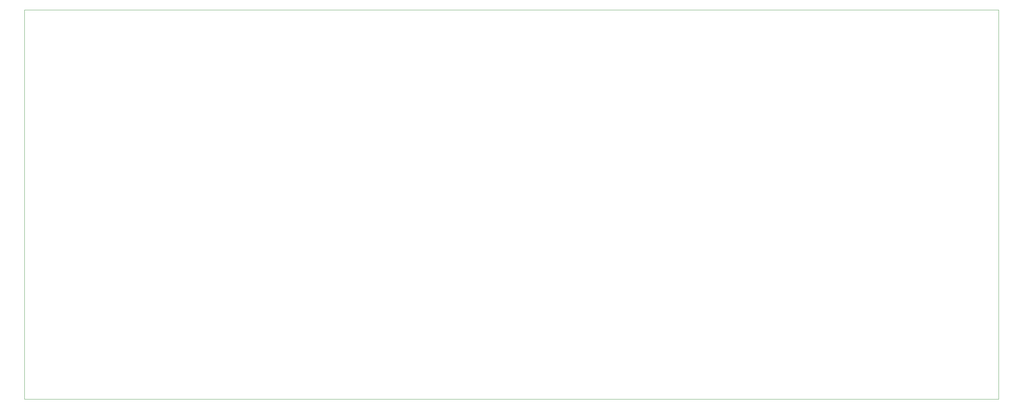
<source format=gbr>
G04 #@! TF.GenerationSoftware,KiCad,Pcbnew,5.0.0+dfsg1-2*
G04 #@! TF.CreationDate,2018-09-13T03:31:39+05:00*
G04 #@! TF.ProjectId,mainboard,6D61696E626F6172642E6B696361645F,rev?*
G04 #@! TF.SameCoordinates,Original*
G04 #@! TF.FileFunction,Profile,NP*
%FSLAX46Y46*%
G04 Gerber Fmt 4.6, Leading zero omitted, Abs format (unit mm)*
G04 Created by KiCad (PCBNEW 5.0.0+dfsg1-2) date Thu Sep 13 03:31:39 2018*
%MOMM*%
%LPD*%
G01*
G04 APERTURE LIST*
%ADD10C,0.100000*%
G04 APERTURE END LIST*
D10*
X350000000Y-250000000D02*
X350000000Y-150000000D01*
X600000000Y-150000000D02*
X350000000Y-150000000D01*
X600000000Y-250000000D02*
X600000000Y-150000000D01*
X350000000Y-250000000D02*
X600000000Y-250000000D01*
M02*

</source>
